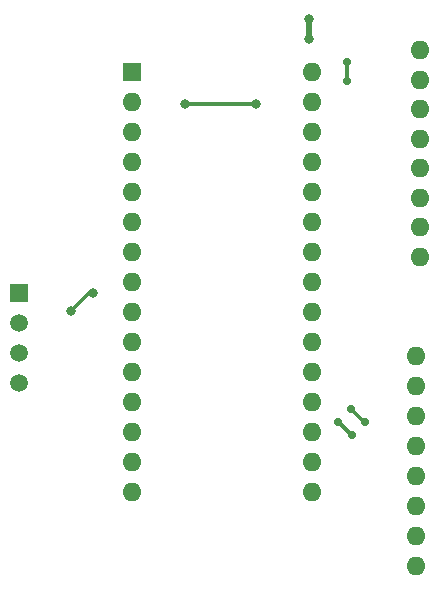
<source format=gbr>
%TF.GenerationSoftware,KiCad,Pcbnew,(6.0.7)*%
%TF.CreationDate,2023-07-05T17:17:39+02:00*%
%TF.ProjectId,project_alpha,70726f6a-6563-4745-9f61-6c7068612e6b,rev?*%
%TF.SameCoordinates,Original*%
%TF.FileFunction,Copper,L2,Bot*%
%TF.FilePolarity,Positive*%
%FSLAX46Y46*%
G04 Gerber Fmt 4.6, Leading zero omitted, Abs format (unit mm)*
G04 Created by KiCad (PCBNEW (6.0.7)) date 2023-07-05 17:17:39*
%MOMM*%
%LPD*%
G01*
G04 APERTURE LIST*
%TA.AperFunction,ComponentPad*%
%ADD10R,1.500000X1.500000*%
%TD*%
%TA.AperFunction,ComponentPad*%
%ADD11C,1.500000*%
%TD*%
%TA.AperFunction,ComponentPad*%
%ADD12R,1.600000X1.600000*%
%TD*%
%TA.AperFunction,ComponentPad*%
%ADD13O,1.600000X1.600000*%
%TD*%
%TA.AperFunction,ViaPad*%
%ADD14C,0.700000*%
%TD*%
%TA.AperFunction,ViaPad*%
%ADD15C,0.800000*%
%TD*%
%TA.AperFunction,Conductor*%
%ADD16C,0.300000*%
%TD*%
%TA.AperFunction,Conductor*%
%ADD17C,0.500000*%
%TD*%
G04 APERTURE END LIST*
D10*
%TO.P,U1,1,GND*%
%TO.N,GND*%
X123000000Y-95000000D03*
D11*
%TO.P,U1,2,VCC*%
%TO.N,Net-(Arduino_Nano_33_IOT1-Pad30)*%
X123000000Y-97540000D03*
%TO.P,U1,3,IO*%
%TO.N,Net-(Arduino_Nano_33_IOT1-Pad5)*%
X123000000Y-100080000D03*
%TO.P,U1,4,NC*%
%TO.N,unconnected-(U1-Pad4)*%
X123000000Y-102620000D03*
%TD*%
D12*
%TO.P,Arduino_Nano_33_IOT1,1,TX1*%
%TO.N,unconnected-(Arduino_Nano_33_IOT1-Pad1)*%
X132530000Y-76240000D03*
D13*
%TO.P,Arduino_Nano_33_IOT1,2,RX1*%
%TO.N,Net-(Arduino_Nano_33_IOT1-Pad2)*%
X132530000Y-78780000D03*
%TO.P,Arduino_Nano_33_IOT1,3,~{RESET}*%
%TO.N,unconnected-(Arduino_Nano_33_IOT1-Pad3)*%
X132530000Y-81320000D03*
%TO.P,Arduino_Nano_33_IOT1,4,GND*%
%TO.N,GND*%
X132530000Y-83860000D03*
%TO.P,Arduino_Nano_33_IOT1,5,D2*%
%TO.N,Net-(Arduino_Nano_33_IOT1-Pad5)*%
X132530000Y-86400000D03*
%TO.P,Arduino_Nano_33_IOT1,6,D3*%
%TO.N,unconnected-(Arduino_Nano_33_IOT1-Pad6)*%
X132530000Y-88940000D03*
%TO.P,Arduino_Nano_33_IOT1,7,D4*%
%TO.N,unconnected-(Arduino_Nano_33_IOT1-Pad7)*%
X132530000Y-91480000D03*
%TO.P,Arduino_Nano_33_IOT1,8,D5*%
%TO.N,unconnected-(Arduino_Nano_33_IOT1-Pad8)*%
X132530000Y-94020000D03*
%TO.P,Arduino_Nano_33_IOT1,9,D6*%
%TO.N,unconnected-(Arduino_Nano_33_IOT1-Pad9)*%
X132530000Y-96560000D03*
%TO.P,Arduino_Nano_33_IOT1,10,D7*%
%TO.N,unconnected-(Arduino_Nano_33_IOT1-Pad10)*%
X132530000Y-99100000D03*
%TO.P,Arduino_Nano_33_IOT1,11,D8*%
%TO.N,unconnected-(Arduino_Nano_33_IOT1-Pad11)*%
X132530000Y-101640000D03*
%TO.P,Arduino_Nano_33_IOT1,12,D9*%
%TO.N,unconnected-(Arduino_Nano_33_IOT1-Pad12)*%
X132530000Y-104180000D03*
%TO.P,Arduino_Nano_33_IOT1,13,D10*%
%TO.N,unconnected-(Arduino_Nano_33_IOT1-Pad13)*%
X132530000Y-106720000D03*
%TO.P,Arduino_Nano_33_IOT1,14,MOSI*%
%TO.N,unconnected-(Arduino_Nano_33_IOT1-Pad14)*%
X132530000Y-109260000D03*
%TO.P,Arduino_Nano_33_IOT1,15,MISO*%
%TO.N,unconnected-(Arduino_Nano_33_IOT1-Pad15)*%
X132530000Y-111800000D03*
%TO.P,Arduino_Nano_33_IOT1,16,SCK*%
%TO.N,unconnected-(Arduino_Nano_33_IOT1-Pad16)*%
X147770000Y-111800000D03*
%TO.P,Arduino_Nano_33_IOT1,17,3V3*%
%TO.N,Net-(Arduino_Nano_33_IOT1-Pad17)*%
X147770000Y-109260000D03*
%TO.P,Arduino_Nano_33_IOT1,18,AREF*%
%TO.N,unconnected-(Arduino_Nano_33_IOT1-Pad18)*%
X147770000Y-106720000D03*
%TO.P,Arduino_Nano_33_IOT1,19,A0*%
%TO.N,unconnected-(Arduino_Nano_33_IOT1-Pad19)*%
X147770000Y-104180000D03*
%TO.P,Arduino_Nano_33_IOT1,20,A1*%
%TO.N,unconnected-(Arduino_Nano_33_IOT1-Pad20)*%
X147770000Y-101640000D03*
%TO.P,Arduino_Nano_33_IOT1,21,A2*%
%TO.N,unconnected-(Arduino_Nano_33_IOT1-Pad21)*%
X147770000Y-99100000D03*
%TO.P,Arduino_Nano_33_IOT1,22,A3*%
%TO.N,unconnected-(Arduino_Nano_33_IOT1-Pad22)*%
X147770000Y-96560000D03*
%TO.P,Arduino_Nano_33_IOT1,23,SDA/A4*%
%TO.N,Net-(Arduino_Nano_33_IOT1-Pad23)*%
X147770000Y-94020000D03*
%TO.P,Arduino_Nano_33_IOT1,24,SCL/A5*%
%TO.N,Net-(Arduino_Nano_33_IOT1-Pad24)*%
X147770000Y-91480000D03*
%TO.P,Arduino_Nano_33_IOT1,25,A6*%
%TO.N,unconnected-(Arduino_Nano_33_IOT1-Pad25)*%
X147770000Y-88940000D03*
%TO.P,Arduino_Nano_33_IOT1,26,A7*%
%TO.N,unconnected-(Arduino_Nano_33_IOT1-Pad26)*%
X147770000Y-86400000D03*
%TO.P,Arduino_Nano_33_IOT1,27,+5V*%
%TO.N,unconnected-(Arduino_Nano_33_IOT1-Pad27)*%
X147770000Y-83860000D03*
%TO.P,Arduino_Nano_33_IOT1,28,~{RESET}*%
%TO.N,unconnected-(Arduino_Nano_33_IOT1-Pad28)*%
X147770000Y-81320000D03*
%TO.P,Arduino_Nano_33_IOT1,29,GND*%
%TO.N,GND*%
X147770000Y-78780000D03*
%TO.P,Arduino_Nano_33_IOT1,30,VIN*%
%TO.N,Net-(Arduino_Nano_33_IOT1-Pad30)*%
X147770000Y-76240000D03*
%TD*%
%TO.P,CCS811_1,1,VDD*%
%TO.N,unconnected-(CCS811_1-Pad1)*%
X156585000Y-100350000D03*
%TO.P,CCS811_1,2,3Vo*%
%TO.N,Net-(Arduino_Nano_33_IOT1-Pad17)*%
X156585000Y-102890000D03*
%TO.P,CCS811_1,3,GND*%
%TO.N,GND*%
X156585000Y-105430000D03*
%TO.P,CCS811_1,4,SCL*%
%TO.N,Net-(Arduino_Nano_33_IOT1-Pad24)*%
X156585000Y-107970000D03*
%TO.P,CCS811_1,5,SDA*%
%TO.N,Net-(Arduino_Nano_33_IOT1-Pad23)*%
X156585000Y-110510000D03*
%TO.P,CCS811_1,6,~{INT}*%
%TO.N,unconnected-(CCS811_1-Pad6)*%
X156585000Y-113050000D03*
%TO.P,CCS811_1,7,~{RESET}*%
%TO.N,unconnected-(CCS811_1-Pad7)*%
X156585000Y-115590000D03*
%TO.P,CCS811_1,8,~{WAKE}*%
%TO.N,GND*%
X156585000Y-118130000D03*
%TD*%
%TO.P,PMS5003_1,1,Pin_1*%
%TO.N,Net-(Arduino_Nano_33_IOT1-Pad30)*%
X156900000Y-74400000D03*
%TO.P,PMS5003_1,2,Pin_2*%
%TO.N,GND*%
X156900000Y-76900000D03*
%TO.P,PMS5003_1,3,Pin_3*%
%TO.N,unconnected-(PMS5003_1-Pad3)*%
X156900000Y-79400000D03*
%TO.P,PMS5003_1,4,Pin_4*%
%TO.N,unconnected-(PMS5003_1-Pad4)*%
X156900000Y-81900000D03*
%TO.P,PMS5003_1,5,Pin_5*%
%TO.N,Net-(Arduino_Nano_33_IOT1-Pad2)*%
X156900000Y-84400000D03*
%TO.P,PMS5003_1,6,Pin_6*%
%TO.N,unconnected-(PMS5003_1-Pad6)*%
X156900000Y-86900000D03*
%TO.P,PMS5003_1,7,Pin_7*%
%TO.N,unconnected-(PMS5003_1-Pad7)*%
X156900000Y-89400000D03*
%TO.P,PMS5003_1,8,Pin_8*%
%TO.N,unconnected-(PMS5003_1-Pad8)*%
X156900000Y-91900000D03*
%TD*%
D14*
%TO.N,Net-(Arduino_Nano_33_IOT1-Pad2)*%
X150740000Y-77039500D03*
X150740000Y-75440500D03*
D15*
X143000000Y-79000000D03*
X137000000Y-79000000D03*
%TO.N,Net-(Arduino_Nano_33_IOT1-Pad5)*%
X129250000Y-95000000D03*
X127400500Y-96500000D03*
D14*
%TO.N,Net-(Arduino_Nano_33_IOT1-Pad23)*%
X151149939Y-107010726D03*
X150009274Y-105890061D03*
%TO.N,Net-(Arduino_Nano_33_IOT1-Pad24)*%
X152224939Y-105935726D03*
X151069274Y-104830061D03*
D15*
%TO.N,Net-(Arduino_Nano_33_IOT1-Pad30)*%
X147500000Y-73500000D03*
X147500000Y-71750500D03*
%TD*%
D16*
%TO.N,Net-(Arduino_Nano_33_IOT1-Pad2)*%
X150740000Y-75440500D02*
X150740000Y-77039500D01*
X143000000Y-79000000D02*
X137000000Y-79000000D01*
%TO.N,Net-(Arduino_Nano_33_IOT1-Pad5)*%
X127400500Y-96500000D02*
X128900500Y-95000000D01*
X128900500Y-95000000D02*
X129250000Y-95000000D01*
%TO.N,Net-(Arduino_Nano_33_IOT1-Pad23)*%
X151129939Y-107010726D02*
X150009274Y-105890061D01*
X151149939Y-107010726D02*
X151129939Y-107010726D01*
%TO.N,Net-(Arduino_Nano_33_IOT1-Pad24)*%
X152224939Y-105935726D02*
X152174939Y-105935726D01*
X152174939Y-105935726D02*
X151069274Y-104830061D01*
D17*
%TO.N,Net-(Arduino_Nano_33_IOT1-Pad30)*%
X147500000Y-71750500D02*
X147500000Y-73500000D01*
%TD*%
M02*

</source>
